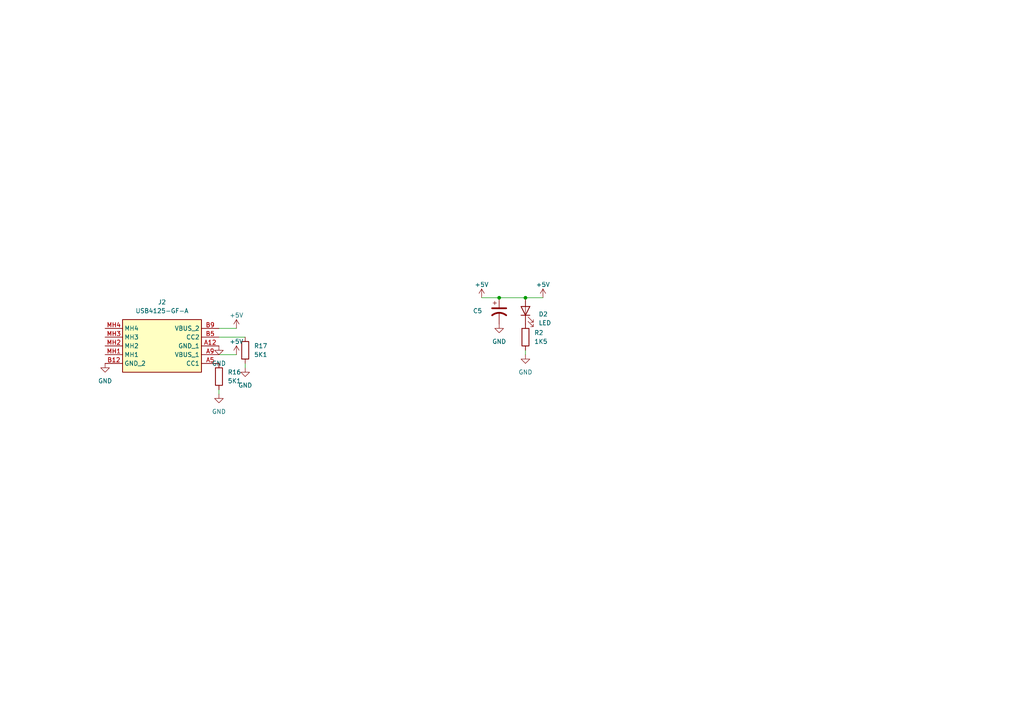
<source format=kicad_sch>
(kicad_sch
	(version 20231120)
	(generator "eeschema")
	(generator_version "8.0")
	(uuid "6f664d12-6923-4823-8f26-b9fd83659520")
	(paper "A4")
	(lib_symbols
		(symbol "AAAAAAAAAA:USB4125-GF-A"
			(exclude_from_sim no)
			(in_bom yes)
			(on_board yes)
			(property "Reference" "J"
				(at 29.21 7.62 0)
				(effects
					(font
						(size 1.27 1.27)
					)
					(justify left top)
				)
			)
			(property "Value" "USB4125-GF-A"
				(at 29.21 5.08 0)
				(effects
					(font
						(size 1.27 1.27)
					)
					(justify left top)
				)
			)
			(property "Footprint" "USB4125GFA"
				(at 29.21 -94.92 0)
				(effects
					(font
						(size 1.27 1.27)
					)
					(justify left top)
					(hide yes)
				)
			)
			(property "Datasheet" "https://gct.co/files/drawings/usb4125.pdf?v=f2858e04-a173-4b74-b17f-8f865ddc3728"
				(at 29.21 -194.92 0)
				(effects
					(font
						(size 1.27 1.27)
					)
					(justify left top)
					(hide yes)
				)
			)
			(property "Description" "USB-C (USB TYPE-C) Receptacle Connector 24 (6+18 Dummy) Position Surface Mount, Right Angle; Through Hole"
				(at 0 0 0)
				(effects
					(font
						(size 1.27 1.27)
					)
					(hide yes)
				)
			)
			(property "Height" "3.41"
				(at 29.21 -394.92 0)
				(effects
					(font
						(size 1.27 1.27)
					)
					(justify left top)
					(hide yes)
				)
			)
			(property "TME Electronic Components Part Number" ""
				(at 29.21 -494.92 0)
				(effects
					(font
						(size 1.27 1.27)
					)
					(justify left top)
					(hide yes)
				)
			)
			(property "TME Electronic Components Price/Stock" ""
				(at 29.21 -594.92 0)
				(effects
					(font
						(size 1.27 1.27)
					)
					(justify left top)
					(hide yes)
				)
			)
			(property "Manufacturer_Name" "GCT (GLOBAL CONNECTOR TECHNOLOGY)"
				(at 29.21 -694.92 0)
				(effects
					(font
						(size 1.27 1.27)
					)
					(justify left top)
					(hide yes)
				)
			)
			(property "Manufacturer_Part_Number" "USB4125-GF-A"
				(at 29.21 -794.92 0)
				(effects
					(font
						(size 1.27 1.27)
					)
					(justify left top)
					(hide yes)
				)
			)
			(symbol "USB4125-GF-A_1_1"
				(rectangle
					(start 5.08 2.54)
					(end 27.94 -12.7)
					(stroke
						(width 0.254)
						(type default)
					)
					(fill
						(type background)
					)
				)
				(pin passive line
					(at 0 -5.08 0)
					(length 5.08)
					(name "GND_1"
						(effects
							(font
								(size 1.27 1.27)
							)
						)
					)
					(number "A12"
						(effects
							(font
								(size 1.27 1.27)
							)
						)
					)
				)
				(pin passive line
					(at 0 0 0)
					(length 5.08)
					(name "CC1"
						(effects
							(font
								(size 1.27 1.27)
							)
						)
					)
					(number "A5"
						(effects
							(font
								(size 1.27 1.27)
							)
						)
					)
				)
				(pin passive line
					(at 0 -2.54 0)
					(length 5.08)
					(name "VBUS_1"
						(effects
							(font
								(size 1.27 1.27)
							)
						)
					)
					(number "A9"
						(effects
							(font
								(size 1.27 1.27)
							)
						)
					)
				)
				(pin passive line
					(at 33.02 0 180)
					(length 5.08)
					(name "GND_2"
						(effects
							(font
								(size 1.27 1.27)
							)
						)
					)
					(number "B12"
						(effects
							(font
								(size 1.27 1.27)
							)
						)
					)
				)
				(pin passive line
					(at 0 -7.62 0)
					(length 5.08)
					(name "CC2"
						(effects
							(font
								(size 1.27 1.27)
							)
						)
					)
					(number "B5"
						(effects
							(font
								(size 1.27 1.27)
							)
						)
					)
				)
				(pin passive line
					(at 0 -10.16 0)
					(length 5.08)
					(name "VBUS_2"
						(effects
							(font
								(size 1.27 1.27)
							)
						)
					)
					(number "B9"
						(effects
							(font
								(size 1.27 1.27)
							)
						)
					)
				)
				(pin passive line
					(at 33.02 -2.54 180)
					(length 5.08)
					(name "MH1"
						(effects
							(font
								(size 1.27 1.27)
							)
						)
					)
					(number "MH1"
						(effects
							(font
								(size 1.27 1.27)
							)
						)
					)
				)
				(pin passive line
					(at 33.02 -5.08 180)
					(length 5.08)
					(name "MH2"
						(effects
							(font
								(size 1.27 1.27)
							)
						)
					)
					(number "MH2"
						(effects
							(font
								(size 1.27 1.27)
							)
						)
					)
				)
				(pin passive line
					(at 33.02 -7.62 180)
					(length 5.08)
					(name "MH3"
						(effects
							(font
								(size 1.27 1.27)
							)
						)
					)
					(number "MH3"
						(effects
							(font
								(size 1.27 1.27)
							)
						)
					)
				)
				(pin passive line
					(at 33.02 -10.16 180)
					(length 5.08)
					(name "MH4"
						(effects
							(font
								(size 1.27 1.27)
							)
						)
					)
					(number "MH4"
						(effects
							(font
								(size 1.27 1.27)
							)
						)
					)
				)
			)
		)
		(symbol "Device:C_Polarized_US"
			(pin_numbers hide)
			(pin_names
				(offset 0.254) hide)
			(exclude_from_sim no)
			(in_bom yes)
			(on_board yes)
			(property "Reference" "C"
				(at 0.635 2.54 0)
				(effects
					(font
						(size 1.27 1.27)
					)
					(justify left)
				)
			)
			(property "Value" "C_Polarized_US"
				(at 0.635 -2.54 0)
				(effects
					(font
						(size 1.27 1.27)
					)
					(justify left)
				)
			)
			(property "Footprint" ""
				(at 0 0 0)
				(effects
					(font
						(size 1.27 1.27)
					)
					(hide yes)
				)
			)
			(property "Datasheet" "~"
				(at 0 0 0)
				(effects
					(font
						(size 1.27 1.27)
					)
					(hide yes)
				)
			)
			(property "Description" "Polarized capacitor, US symbol"
				(at 0 0 0)
				(effects
					(font
						(size 1.27 1.27)
					)
					(hide yes)
				)
			)
			(property "ki_keywords" "cap capacitor"
				(at 0 0 0)
				(effects
					(font
						(size 1.27 1.27)
					)
					(hide yes)
				)
			)
			(property "ki_fp_filters" "CP_*"
				(at 0 0 0)
				(effects
					(font
						(size 1.27 1.27)
					)
					(hide yes)
				)
			)
			(symbol "C_Polarized_US_0_1"
				(polyline
					(pts
						(xy -2.032 0.762) (xy 2.032 0.762)
					)
					(stroke
						(width 0.508)
						(type default)
					)
					(fill
						(type none)
					)
				)
				(polyline
					(pts
						(xy -1.778 2.286) (xy -0.762 2.286)
					)
					(stroke
						(width 0)
						(type default)
					)
					(fill
						(type none)
					)
				)
				(polyline
					(pts
						(xy -1.27 1.778) (xy -1.27 2.794)
					)
					(stroke
						(width 0)
						(type default)
					)
					(fill
						(type none)
					)
				)
				(arc
					(start 2.032 -1.27)
					(mid 0 -0.5572)
					(end -2.032 -1.27)
					(stroke
						(width 0.508)
						(type default)
					)
					(fill
						(type none)
					)
				)
			)
			(symbol "C_Polarized_US_1_1"
				(pin passive line
					(at 0 3.81 270)
					(length 2.794)
					(name "~"
						(effects
							(font
								(size 1.27 1.27)
							)
						)
					)
					(number "1"
						(effects
							(font
								(size 1.27 1.27)
							)
						)
					)
				)
				(pin passive line
					(at 0 -3.81 90)
					(length 3.302)
					(name "~"
						(effects
							(font
								(size 1.27 1.27)
							)
						)
					)
					(number "2"
						(effects
							(font
								(size 1.27 1.27)
							)
						)
					)
				)
			)
		)
		(symbol "Device:LED"
			(pin_numbers hide)
			(pin_names
				(offset 1.016) hide)
			(exclude_from_sim no)
			(in_bom yes)
			(on_board yes)
			(property "Reference" "D"
				(at 0 2.54 0)
				(effects
					(font
						(size 1.27 1.27)
					)
				)
			)
			(property "Value" "LED"
				(at 0 -2.54 0)
				(effects
					(font
						(size 1.27 1.27)
					)
				)
			)
			(property "Footprint" ""
				(at 0 0 0)
				(effects
					(font
						(size 1.27 1.27)
					)
					(hide yes)
				)
			)
			(property "Datasheet" "~"
				(at 0 0 0)
				(effects
					(font
						(size 1.27 1.27)
					)
					(hide yes)
				)
			)
			(property "Description" "Light emitting diode"
				(at 0 0 0)
				(effects
					(font
						(size 1.27 1.27)
					)
					(hide yes)
				)
			)
			(property "ki_keywords" "LED diode"
				(at 0 0 0)
				(effects
					(font
						(size 1.27 1.27)
					)
					(hide yes)
				)
			)
			(property "ki_fp_filters" "LED* LED_SMD:* LED_THT:*"
				(at 0 0 0)
				(effects
					(font
						(size 1.27 1.27)
					)
					(hide yes)
				)
			)
			(symbol "LED_0_1"
				(polyline
					(pts
						(xy -1.27 -1.27) (xy -1.27 1.27)
					)
					(stroke
						(width 0.254)
						(type default)
					)
					(fill
						(type none)
					)
				)
				(polyline
					(pts
						(xy -1.27 0) (xy 1.27 0)
					)
					(stroke
						(width 0)
						(type default)
					)
					(fill
						(type none)
					)
				)
				(polyline
					(pts
						(xy 1.27 -1.27) (xy 1.27 1.27) (xy -1.27 0) (xy 1.27 -1.27)
					)
					(stroke
						(width 0.254)
						(type default)
					)
					(fill
						(type none)
					)
				)
				(polyline
					(pts
						(xy -3.048 -0.762) (xy -4.572 -2.286) (xy -3.81 -2.286) (xy -4.572 -2.286) (xy -4.572 -1.524)
					)
					(stroke
						(width 0)
						(type default)
					)
					(fill
						(type none)
					)
				)
				(polyline
					(pts
						(xy -1.778 -0.762) (xy -3.302 -2.286) (xy -2.54 -2.286) (xy -3.302 -2.286) (xy -3.302 -1.524)
					)
					(stroke
						(width 0)
						(type default)
					)
					(fill
						(type none)
					)
				)
			)
			(symbol "LED_1_1"
				(pin passive line
					(at -3.81 0 0)
					(length 2.54)
					(name "K"
						(effects
							(font
								(size 1.27 1.27)
							)
						)
					)
					(number "1"
						(effects
							(font
								(size 1.27 1.27)
							)
						)
					)
				)
				(pin passive line
					(at 3.81 0 180)
					(length 2.54)
					(name "A"
						(effects
							(font
								(size 1.27 1.27)
							)
						)
					)
					(number "2"
						(effects
							(font
								(size 1.27 1.27)
							)
						)
					)
				)
			)
		)
		(symbol "Device:R"
			(pin_numbers hide)
			(pin_names
				(offset 0)
			)
			(exclude_from_sim no)
			(in_bom yes)
			(on_board yes)
			(property "Reference" "R"
				(at 2.032 0 90)
				(effects
					(font
						(size 1.27 1.27)
					)
				)
			)
			(property "Value" "R"
				(at 0 0 90)
				(effects
					(font
						(size 1.27 1.27)
					)
				)
			)
			(property "Footprint" ""
				(at -1.778 0 90)
				(effects
					(font
						(size 1.27 1.27)
					)
					(hide yes)
				)
			)
			(property "Datasheet" "~"
				(at 0 0 0)
				(effects
					(font
						(size 1.27 1.27)
					)
					(hide yes)
				)
			)
			(property "Description" "Resistor"
				(at 0 0 0)
				(effects
					(font
						(size 1.27 1.27)
					)
					(hide yes)
				)
			)
			(property "ki_keywords" "R res resistor"
				(at 0 0 0)
				(effects
					(font
						(size 1.27 1.27)
					)
					(hide yes)
				)
			)
			(property "ki_fp_filters" "R_*"
				(at 0 0 0)
				(effects
					(font
						(size 1.27 1.27)
					)
					(hide yes)
				)
			)
			(symbol "R_0_1"
				(rectangle
					(start -1.016 -2.54)
					(end 1.016 2.54)
					(stroke
						(width 0.254)
						(type default)
					)
					(fill
						(type none)
					)
				)
			)
			(symbol "R_1_1"
				(pin passive line
					(at 0 3.81 270)
					(length 1.27)
					(name "~"
						(effects
							(font
								(size 1.27 1.27)
							)
						)
					)
					(number "1"
						(effects
							(font
								(size 1.27 1.27)
							)
						)
					)
				)
				(pin passive line
					(at 0 -3.81 90)
					(length 1.27)
					(name "~"
						(effects
							(font
								(size 1.27 1.27)
							)
						)
					)
					(number "2"
						(effects
							(font
								(size 1.27 1.27)
							)
						)
					)
				)
			)
		)
		(symbol "power:+5V"
			(power)
			(pin_names
				(offset 0)
			)
			(exclude_from_sim no)
			(in_bom yes)
			(on_board yes)
			(property "Reference" "#PWR"
				(at 0 -3.81 0)
				(effects
					(font
						(size 1.27 1.27)
					)
					(hide yes)
				)
			)
			(property "Value" "+5V"
				(at 0 3.556 0)
				(effects
					(font
						(size 1.27 1.27)
					)
				)
			)
			(property "Footprint" ""
				(at 0 0 0)
				(effects
					(font
						(size 1.27 1.27)
					)
					(hide yes)
				)
			)
			(property "Datasheet" ""
				(at 0 0 0)
				(effects
					(font
						(size 1.27 1.27)
					)
					(hide yes)
				)
			)
			(property "Description" "Power symbol creates a global label with name \"+5V\""
				(at 0 0 0)
				(effects
					(font
						(size 1.27 1.27)
					)
					(hide yes)
				)
			)
			(property "ki_keywords" "global power"
				(at 0 0 0)
				(effects
					(font
						(size 1.27 1.27)
					)
					(hide yes)
				)
			)
			(symbol "+5V_0_1"
				(polyline
					(pts
						(xy -0.762 1.27) (xy 0 2.54)
					)
					(stroke
						(width 0)
						(type default)
					)
					(fill
						(type none)
					)
				)
				(polyline
					(pts
						(xy 0 0) (xy 0 2.54)
					)
					(stroke
						(width 0)
						(type default)
					)
					(fill
						(type none)
					)
				)
				(polyline
					(pts
						(xy 0 2.54) (xy 0.762 1.27)
					)
					(stroke
						(width 0)
						(type default)
					)
					(fill
						(type none)
					)
				)
			)
			(symbol "+5V_1_1"
				(pin power_in line
					(at 0 0 90)
					(length 0) hide
					(name "+5V"
						(effects
							(font
								(size 1.27 1.27)
							)
						)
					)
					(number "1"
						(effects
							(font
								(size 1.27 1.27)
							)
						)
					)
				)
			)
		)
		(symbol "power:GND"
			(power)
			(pin_names
				(offset 0)
			)
			(exclude_from_sim no)
			(in_bom yes)
			(on_board yes)
			(property "Reference" "#PWR"
				(at 0 -6.35 0)
				(effects
					(font
						(size 1.27 1.27)
					)
					(hide yes)
				)
			)
			(property "Value" "GND"
				(at 0 -3.81 0)
				(effects
					(font
						(size 1.27 1.27)
					)
				)
			)
			(property "Footprint" ""
				(at 0 0 0)
				(effects
					(font
						(size 1.27 1.27)
					)
					(hide yes)
				)
			)
			(property "Datasheet" ""
				(at 0 0 0)
				(effects
					(font
						(size 1.27 1.27)
					)
					(hide yes)
				)
			)
			(property "Description" "Power symbol creates a global label with name \"GND\" , ground"
				(at 0 0 0)
				(effects
					(font
						(size 1.27 1.27)
					)
					(hide yes)
				)
			)
			(property "ki_keywords" "global power"
				(at 0 0 0)
				(effects
					(font
						(size 1.27 1.27)
					)
					(hide yes)
				)
			)
			(symbol "GND_0_1"
				(polyline
					(pts
						(xy 0 0) (xy 0 -1.27) (xy 1.27 -1.27) (xy 0 -2.54) (xy -1.27 -1.27) (xy 0 -1.27)
					)
					(stroke
						(width 0)
						(type default)
					)
					(fill
						(type none)
					)
				)
			)
			(symbol "GND_1_1"
				(pin power_in line
					(at 0 0 270)
					(length 0) hide
					(name "GND"
						(effects
							(font
								(size 1.27 1.27)
							)
						)
					)
					(number "1"
						(effects
							(font
								(size 1.27 1.27)
							)
						)
					)
				)
			)
		)
	)
	(junction
		(at 152.4 86.36)
		(diameter 0)
		(color 0 0 0 0)
		(uuid "ccae2975-c011-402c-80aa-bd0f53125d4e")
	)
	(junction
		(at 144.78 86.36)
		(diameter 0)
		(color 0 0 0 0)
		(uuid "fef09f92-879e-4a58-9f5c-e203b3bc808b")
	)
	(wire
		(pts
			(xy 152.4 86.36) (xy 157.48 86.36)
		)
		(stroke
			(width 0)
			(type default)
		)
		(uuid "176e194b-d4aa-4cd6-8d07-04a2ad11bc73")
	)
	(wire
		(pts
			(xy 144.78 86.36) (xy 152.4 86.36)
		)
		(stroke
			(width 0)
			(type default)
		)
		(uuid "5846c5fc-7132-40cf-9f1a-ca9465a46418")
	)
	(wire
		(pts
			(xy 63.5 114.3) (xy 63.5 113.03)
		)
		(stroke
			(width 0)
			(type default)
		)
		(uuid "59d4c016-c89a-459c-8bca-0c9151aa2491")
	)
	(wire
		(pts
			(xy 152.4 102.87) (xy 152.4 101.6)
		)
		(stroke
			(width 0)
			(type default)
		)
		(uuid "5c5832df-e50d-48e6-9468-5f738477b309")
	)
	(wire
		(pts
			(xy 68.58 102.87) (xy 63.5 102.87)
		)
		(stroke
			(width 0)
			(type default)
		)
		(uuid "60105717-36c2-484e-a1a2-5053c9f3c4a9")
	)
	(wire
		(pts
			(xy 68.58 95.25) (xy 63.5 95.25)
		)
		(stroke
			(width 0)
			(type default)
		)
		(uuid "b8b7d627-0522-4c8b-992b-0f43dff180f8")
	)
	(wire
		(pts
			(xy 63.5 97.79) (xy 71.12 97.79)
		)
		(stroke
			(width 0)
			(type default)
		)
		(uuid "bfebc882-dbae-4700-b290-9c53fe4db8fd")
	)
	(wire
		(pts
			(xy 71.12 106.68) (xy 71.12 105.41)
		)
		(stroke
			(width 0)
			(type default)
		)
		(uuid "d20758b5-6699-4983-a196-f9ed78a61f03")
	)
	(wire
		(pts
			(xy 139.7 86.36) (xy 144.78 86.36)
		)
		(stroke
			(width 0)
			(type default)
		)
		(uuid "fc0c1c84-081b-4def-a71a-8ff916693102")
	)
	(symbol
		(lib_id "AAAAAAAAAA:USB4125-GF-A")
		(at 63.5 105.41 180)
		(unit 1)
		(exclude_from_sim no)
		(in_bom yes)
		(on_board yes)
		(dnp no)
		(fields_autoplaced yes)
		(uuid "18ca41e1-2521-49fa-bb52-09dfbdb82b09")
		(property "Reference" "J2"
			(at 46.99 87.63 0)
			(effects
				(font
					(size 1.27 1.27)
				)
			)
		)
		(property "Value" "USB4125-GF-A"
			(at 46.99 90.17 0)
			(effects
				(font
					(size 1.27 1.27)
				)
			)
		)
		(property "Footprint" "AAAAAAAAA:USB4125GFA"
			(at 34.29 10.49 0)
			(effects
				(font
					(size 1.27 1.27)
				)
				(justify left top)
				(hide yes)
			)
		)
		(property "Datasheet" "https://gct.co/files/drawings/usb4125.pdf?v=f2858e04-a173-4b74-b17f-8f865ddc3728"
			(at 34.29 -89.51 0)
			(effects
				(font
					(size 1.27 1.27)
				)
				(justify left top)
				(hide yes)
			)
		)
		(property "Description" "USB-C (USB TYPE-C) Receptacle Connector 24 (6+18 Dummy) Position Surface Mount, Right Angle; Through Hole"
			(at 63.5 105.41 0)
			(effects
				(font
					(size 1.27 1.27)
				)
				(hide yes)
			)
		)
		(property "Height" "3.41"
			(at 34.29 -289.51 0)
			(effects
				(font
					(size 1.27 1.27)
				)
				(justify left top)
				(hide yes)
			)
		)
		(property "TME Electronic Components Part Number" ""
			(at 34.29 -389.51 0)
			(effects
				(font
					(size 1.27 1.27)
				)
				(justify left top)
				(hide yes)
			)
		)
		(property "TME Electronic Components Price/Stock" ""
			(at 34.29 -489.51 0)
			(effects
				(font
					(size 1.27 1.27)
				)
				(justify left top)
				(hide yes)
			)
		)
		(property "Manufacturer_Name" "GCT (GLOBAL CONNECTOR TECHNOLOGY)"
			(at 34.29 -589.51 0)
			(effects
				(font
					(size 1.27 1.27)
				)
				(justify left top)
				(hide yes)
			)
		)
		(property "Manufacturer_Part_Number" "USB4125-GF-A"
			(at 34.29 -689.51 0)
			(effects
				(font
					(size 1.27 1.27)
				)
				(justify left top)
				(hide yes)
			)
		)
		(pin "MH2"
			(uuid "c1d7dfd5-8cff-4b47-ba70-7badcc3013a7")
		)
		(pin "B12"
			(uuid "01f6707a-50cc-4fc0-b2dd-3c1ef1239d95")
		)
		(pin "MH4"
			(uuid "1862f2a5-04f2-49b4-b747-811ea181866d")
		)
		(pin "MH3"
			(uuid "c1b5aed2-ad4b-40a5-a88e-c5683e2b0be8")
		)
		(pin "B5"
			(uuid "00cf2071-62b3-4942-8852-25997a199eba")
		)
		(pin "A5"
			(uuid "a6fd11f8-8a37-49da-ae27-fe802699b2f8")
		)
		(pin "MH1"
			(uuid "1498af9b-0ba4-455b-b83d-a2df80200265")
		)
		(pin "A9"
			(uuid "51cc83ca-9cb1-405b-afcf-5d3962d5c9d1")
		)
		(pin "A12"
			(uuid "d878f028-9bd5-45ca-9042-9d72e45b275f")
		)
		(pin "B9"
			(uuid "325d8a13-b94e-420c-bf19-c53b7fc489bc")
		)
		(instances
			(project "14000JKFF"
				(path "/56463b8e-670e-41df-bd3a-314161dc4bc4/7cb1b4b8-4938-41c8-bf3d-f2d9197a9155"
					(reference "J2")
					(unit 1)
				)
			)
		)
	)
	(symbol
		(lib_id "Device:R")
		(at 152.4 97.79 0)
		(unit 1)
		(exclude_from_sim no)
		(in_bom yes)
		(on_board yes)
		(dnp no)
		(fields_autoplaced yes)
		(uuid "23012be0-9dc1-4276-8e8c-c33ff3f0a1fd")
		(property "Reference" "R2"
			(at 154.94 96.5199 0)
			(effects
				(font
					(size 1.27 1.27)
				)
				(justify left)
			)
		)
		(property "Value" "1K5"
			(at 154.94 99.0599 0)
			(effects
				(font
					(size 1.27 1.27)
				)
				(justify left)
			)
		)
		(property "Footprint" "Resistor_SMD:R_1206_3216Metric"
			(at 150.622 97.79 90)
			(effects
				(font
					(size 1.27 1.27)
				)
				(hide yes)
			)
		)
		(property "Datasheet" "~"
			(at 152.4 97.79 0)
			(effects
				(font
					(size 1.27 1.27)
				)
				(hide yes)
			)
		)
		(property "Description" ""
			(at 152.4 97.79 0)
			(effects
				(font
					(size 1.27 1.27)
				)
				(hide yes)
			)
		)
		(pin "1"
			(uuid "30cb583b-deda-4a52-9bcb-84599f1d8fdf")
		)
		(pin "2"
			(uuid "affaf305-c821-4ace-bbbb-29e1509bc360")
		)
		(instances
			(project "14000JKFF"
				(path "/56463b8e-670e-41df-bd3a-314161dc4bc4/7cb1b4b8-4938-41c8-bf3d-f2d9197a9155"
					(reference "R2")
					(unit 1)
				)
			)
		)
	)
	(symbol
		(lib_id "power:+5V")
		(at 139.7 86.36 0)
		(unit 1)
		(exclude_from_sim no)
		(in_bom yes)
		(on_board yes)
		(dnp no)
		(fields_autoplaced yes)
		(uuid "2cb789a1-22b2-45e5-82de-699effe5683b")
		(property "Reference" "#PWR016"
			(at 139.7 90.17 0)
			(effects
				(font
					(size 1.27 1.27)
				)
				(hide yes)
			)
		)
		(property "Value" "+5V"
			(at 139.7 82.55 0)
			(effects
				(font
					(size 1.27 1.27)
				)
			)
		)
		(property "Footprint" ""
			(at 139.7 86.36 0)
			(effects
				(font
					(size 1.27 1.27)
				)
				(hide yes)
			)
		)
		(property "Datasheet" ""
			(at 139.7 86.36 0)
			(effects
				(font
					(size 1.27 1.27)
				)
				(hide yes)
			)
		)
		(property "Description" ""
			(at 139.7 86.36 0)
			(effects
				(font
					(size 1.27 1.27)
				)
				(hide yes)
			)
		)
		(pin "1"
			(uuid "2c65c84c-37ca-487a-88ed-dcae878e8469")
		)
		(instances
			(project "14000JKFF"
				(path "/56463b8e-670e-41df-bd3a-314161dc4bc4/7cb1b4b8-4938-41c8-bf3d-f2d9197a9155"
					(reference "#PWR016")
					(unit 1)
				)
			)
		)
	)
	(symbol
		(lib_id "power:+5V")
		(at 68.58 95.25 0)
		(unit 1)
		(exclude_from_sim no)
		(in_bom yes)
		(on_board yes)
		(dnp no)
		(fields_autoplaced yes)
		(uuid "3126d5ce-2a41-44d0-986e-202cbccac4ac")
		(property "Reference" "#PWR056"
			(at 68.58 99.06 0)
			(effects
				(font
					(size 1.27 1.27)
				)
				(hide yes)
			)
		)
		(property "Value" "+5V"
			(at 68.58 91.44 0)
			(effects
				(font
					(size 1.27 1.27)
				)
			)
		)
		(property "Footprint" ""
			(at 68.58 95.25 0)
			(effects
				(font
					(size 1.27 1.27)
				)
				(hide yes)
			)
		)
		(property "Datasheet" ""
			(at 68.58 95.25 0)
			(effects
				(font
					(size 1.27 1.27)
				)
				(hide yes)
			)
		)
		(property "Description" ""
			(at 68.58 95.25 0)
			(effects
				(font
					(size 1.27 1.27)
				)
				(hide yes)
			)
		)
		(pin "1"
			(uuid "d396fc9d-0f0c-4c56-98fc-bb473ba23fff")
		)
		(instances
			(project "14000JKFF"
				(path "/56463b8e-670e-41df-bd3a-314161dc4bc4/7cb1b4b8-4938-41c8-bf3d-f2d9197a9155"
					(reference "#PWR056")
					(unit 1)
				)
			)
		)
	)
	(symbol
		(lib_id "power:GND")
		(at 71.12 106.68 0)
		(unit 1)
		(exclude_from_sim no)
		(in_bom yes)
		(on_board yes)
		(dnp no)
		(fields_autoplaced yes)
		(uuid "3b67c8d3-bed8-49a7-94a1-5d139076fb95")
		(property "Reference" "#PWR05"
			(at 71.12 113.03 0)
			(effects
				(font
					(size 1.27 1.27)
				)
				(hide yes)
			)
		)
		(property "Value" "GND"
			(at 71.12 111.76 0)
			(effects
				(font
					(size 1.27 1.27)
				)
			)
		)
		(property "Footprint" ""
			(at 71.12 106.68 0)
			(effects
				(font
					(size 1.27 1.27)
				)
				(hide yes)
			)
		)
		(property "Datasheet" ""
			(at 71.12 106.68 0)
			(effects
				(font
					(size 1.27 1.27)
				)
				(hide yes)
			)
		)
		(property "Description" ""
			(at 71.12 106.68 0)
			(effects
				(font
					(size 1.27 1.27)
				)
				(hide yes)
			)
		)
		(pin "1"
			(uuid "b65832c9-8474-482f-82c6-aebf93e00e87")
		)
		(instances
			(project "14000JKFF"
				(path "/56463b8e-670e-41df-bd3a-314161dc4bc4/7cb1b4b8-4938-41c8-bf3d-f2d9197a9155"
					(reference "#PWR05")
					(unit 1)
				)
			)
		)
	)
	(symbol
		(lib_id "Device:C_Polarized_US")
		(at 144.78 90.17 0)
		(unit 1)
		(exclude_from_sim no)
		(in_bom yes)
		(on_board yes)
		(dnp no)
		(uuid "45b96025-8ea2-4ee1-a5d6-2834883391a2")
		(property "Reference" "C5"
			(at 137.16 90.17 0)
			(effects
				(font
					(size 1.27 1.27)
				)
				(justify left)
			)
		)
		(property "Value" "293D106X96R3A2TE3"
			(at 148.59 91.44 0)
			(effects
				(font
					(size 1.27 1.27)
				)
				(justify left)
				(hide yes)
			)
		)
		(property "Footprint" "AAAAAAAAA:CAPMP3216X180N"
			(at 144.78 90.17 0)
			(effects
				(font
					(size 1.27 1.27)
				)
				(hide yes)
			)
		)
		(property "Datasheet" "~"
			(at 144.78 90.17 0)
			(effects
				(font
					(size 1.27 1.27)
				)
				(hide yes)
			)
		)
		(property "Description" ""
			(at 144.78 90.17 0)
			(effects
				(font
					(size 1.27 1.27)
				)
				(hide yes)
			)
		)
		(pin "1"
			(uuid "8b9da106-7c9b-46d0-a9f9-3db3aed26962")
		)
		(pin "2"
			(uuid "6fff0615-0f75-49a0-bc6c-4d40c2540058")
		)
		(instances
			(project "14000JKFF"
				(path "/56463b8e-670e-41df-bd3a-314161dc4bc4/7cb1b4b8-4938-41c8-bf3d-f2d9197a9155"
					(reference "C5")
					(unit 1)
				)
			)
		)
	)
	(symbol
		(lib_id "power:GND")
		(at 63.5 114.3 0)
		(unit 1)
		(exclude_from_sim no)
		(in_bom yes)
		(on_board yes)
		(dnp no)
		(fields_autoplaced yes)
		(uuid "4f45c6db-f8f0-4a6f-b522-14217920606f")
		(property "Reference" "#PWR04"
			(at 63.5 120.65 0)
			(effects
				(font
					(size 1.27 1.27)
				)
				(hide yes)
			)
		)
		(property "Value" "GND"
			(at 63.5 119.38 0)
			(effects
				(font
					(size 1.27 1.27)
				)
			)
		)
		(property "Footprint" ""
			(at 63.5 114.3 0)
			(effects
				(font
					(size 1.27 1.27)
				)
				(hide yes)
			)
		)
		(property "Datasheet" ""
			(at 63.5 114.3 0)
			(effects
				(font
					(size 1.27 1.27)
				)
				(hide yes)
			)
		)
		(property "Description" ""
			(at 63.5 114.3 0)
			(effects
				(font
					(size 1.27 1.27)
				)
				(hide yes)
			)
		)
		(pin "1"
			(uuid "cead1669-060f-4335-8283-3d613d26cf4c")
		)
		(instances
			(project "14000JKFF"
				(path "/56463b8e-670e-41df-bd3a-314161dc4bc4/7cb1b4b8-4938-41c8-bf3d-f2d9197a9155"
					(reference "#PWR04")
					(unit 1)
				)
			)
		)
	)
	(symbol
		(lib_id "power:GND")
		(at 152.4 102.87 0)
		(unit 1)
		(exclude_from_sim no)
		(in_bom yes)
		(on_board yes)
		(dnp no)
		(fields_autoplaced yes)
		(uuid "53ef3651-7e44-40f0-9e52-53bf26d405ac")
		(property "Reference" "#PWR018"
			(at 152.4 109.22 0)
			(effects
				(font
					(size 1.27 1.27)
				)
				(hide yes)
			)
		)
		(property "Value" "GND"
			(at 152.4 107.95 0)
			(effects
				(font
					(size 1.27 1.27)
				)
			)
		)
		(property "Footprint" ""
			(at 152.4 102.87 0)
			(effects
				(font
					(size 1.27 1.27)
				)
				(hide yes)
			)
		)
		(property "Datasheet" ""
			(at 152.4 102.87 0)
			(effects
				(font
					(size 1.27 1.27)
				)
				(hide yes)
			)
		)
		(property "Description" ""
			(at 152.4 102.87 0)
			(effects
				(font
					(size 1.27 1.27)
				)
				(hide yes)
			)
		)
		(pin "1"
			(uuid "9e5c1d7d-2ac7-4a9a-9c31-c4be305cb935")
		)
		(instances
			(project "14000JKFF"
				(path "/56463b8e-670e-41df-bd3a-314161dc4bc4/7cb1b4b8-4938-41c8-bf3d-f2d9197a9155"
					(reference "#PWR018")
					(unit 1)
				)
			)
		)
	)
	(symbol
		(lib_id "power:+5V")
		(at 68.58 102.87 0)
		(unit 1)
		(exclude_from_sim no)
		(in_bom yes)
		(on_board yes)
		(dnp no)
		(fields_autoplaced yes)
		(uuid "63c21223-0133-4d21-ae99-a0d948613581")
		(property "Reference" "#PWR015"
			(at 68.58 106.68 0)
			(effects
				(font
					(size 1.27 1.27)
				)
				(hide yes)
			)
		)
		(property "Value" "+5V"
			(at 68.58 99.06 0)
			(effects
				(font
					(size 1.27 1.27)
				)
			)
		)
		(property "Footprint" ""
			(at 68.58 102.87 0)
			(effects
				(font
					(size 1.27 1.27)
				)
				(hide yes)
			)
		)
		(property "Datasheet" ""
			(at 68.58 102.87 0)
			(effects
				(font
					(size 1.27 1.27)
				)
				(hide yes)
			)
		)
		(property "Description" ""
			(at 68.58 102.87 0)
			(effects
				(font
					(size 1.27 1.27)
				)
				(hide yes)
			)
		)
		(pin "1"
			(uuid "236c532e-55c8-4c3f-ac89-6f25010830d9")
		)
		(instances
			(project "14000JKFF"
				(path "/56463b8e-670e-41df-bd3a-314161dc4bc4/7cb1b4b8-4938-41c8-bf3d-f2d9197a9155"
					(reference "#PWR015")
					(unit 1)
				)
			)
		)
	)
	(symbol
		(lib_id "power:GND")
		(at 63.5 100.33 0)
		(unit 1)
		(exclude_from_sim no)
		(in_bom yes)
		(on_board yes)
		(dnp no)
		(fields_autoplaced yes)
		(uuid "6fca690c-3079-40fd-8ef3-b3cfa97c5287")
		(property "Reference" "#PWR059"
			(at 63.5 106.68 0)
			(effects
				(font
					(size 1.27 1.27)
				)
				(hide yes)
			)
		)
		(property "Value" "GND"
			(at 63.5 105.41 0)
			(effects
				(font
					(size 1.27 1.27)
				)
			)
		)
		(property "Footprint" ""
			(at 63.5 100.33 0)
			(effects
				(font
					(size 1.27 1.27)
				)
				(hide yes)
			)
		)
		(property "Datasheet" ""
			(at 63.5 100.33 0)
			(effects
				(font
					(size 1.27 1.27)
				)
				(hide yes)
			)
		)
		(property "Description" ""
			(at 63.5 100.33 0)
			(effects
				(font
					(size 1.27 1.27)
				)
				(hide yes)
			)
		)
		(pin "1"
			(uuid "126d2349-c016-485f-8281-6a9d90073612")
		)
		(instances
			(project "14000JKFF"
				(path "/56463b8e-670e-41df-bd3a-314161dc4bc4/7cb1b4b8-4938-41c8-bf3d-f2d9197a9155"
					(reference "#PWR059")
					(unit 1)
				)
			)
		)
	)
	(symbol
		(lib_id "Device:R")
		(at 71.12 101.6 0)
		(unit 1)
		(exclude_from_sim no)
		(in_bom yes)
		(on_board yes)
		(dnp no)
		(fields_autoplaced yes)
		(uuid "7db8c5f6-e4fe-4106-8b38-a4abf576c094")
		(property "Reference" "R17"
			(at 73.66 100.3299 0)
			(effects
				(font
					(size 1.27 1.27)
				)
				(justify left)
			)
		)
		(property "Value" "5K1"
			(at 73.66 102.8699 0)
			(effects
				(font
					(size 1.27 1.27)
				)
				(justify left)
			)
		)
		(property "Footprint" "Resistor_SMD:R_1206_3216Metric"
			(at 69.342 101.6 90)
			(effects
				(font
					(size 1.27 1.27)
				)
				(hide yes)
			)
		)
		(property "Datasheet" "~"
			(at 71.12 101.6 0)
			(effects
				(font
					(size 1.27 1.27)
				)
				(hide yes)
			)
		)
		(property "Description" ""
			(at 71.12 101.6 0)
			(effects
				(font
					(size 1.27 1.27)
				)
				(hide yes)
			)
		)
		(pin "1"
			(uuid "8c8a1787-c55c-4d00-94d8-7d98f740059f")
		)
		(pin "2"
			(uuid "2868b579-7d06-4d70-8145-5ec27d01fd9f")
		)
		(instances
			(project "14000JKFF"
				(path "/56463b8e-670e-41df-bd3a-314161dc4bc4/7cb1b4b8-4938-41c8-bf3d-f2d9197a9155"
					(reference "R17")
					(unit 1)
				)
			)
		)
	)
	(symbol
		(lib_id "power:GND")
		(at 30.48 105.41 0)
		(unit 1)
		(exclude_from_sim no)
		(in_bom yes)
		(on_board yes)
		(dnp no)
		(fields_autoplaced yes)
		(uuid "9298d6dc-1e92-4f6b-949e-ded523e951bc")
		(property "Reference" "#PWR014"
			(at 30.48 111.76 0)
			(effects
				(font
					(size 1.27 1.27)
				)
				(hide yes)
			)
		)
		(property "Value" "GND"
			(at 30.48 110.49 0)
			(effects
				(font
					(size 1.27 1.27)
				)
			)
		)
		(property "Footprint" ""
			(at 30.48 105.41 0)
			(effects
				(font
					(size 1.27 1.27)
				)
				(hide yes)
			)
		)
		(property "Datasheet" ""
			(at 30.48 105.41 0)
			(effects
				(font
					(size 1.27 1.27)
				)
				(hide yes)
			)
		)
		(property "Description" ""
			(at 30.48 105.41 0)
			(effects
				(font
					(size 1.27 1.27)
				)
				(hide yes)
			)
		)
		(pin "1"
			(uuid "cd6e9758-ead4-4468-aa7f-0c06137bd193")
		)
		(instances
			(project "14000JKFF"
				(path "/56463b8e-670e-41df-bd3a-314161dc4bc4/7cb1b4b8-4938-41c8-bf3d-f2d9197a9155"
					(reference "#PWR014")
					(unit 1)
				)
			)
		)
	)
	(symbol
		(lib_id "power:+5V")
		(at 157.48 86.36 0)
		(unit 1)
		(exclude_from_sim no)
		(in_bom yes)
		(on_board yes)
		(dnp no)
		(fields_autoplaced yes)
		(uuid "ac875e59-aa07-404a-89c8-f321815b1a71")
		(property "Reference" "#PWR019"
			(at 157.48 90.17 0)
			(effects
				(font
					(size 1.27 1.27)
				)
				(hide yes)
			)
		)
		(property "Value" "+5V"
			(at 157.48 82.55 0)
			(effects
				(font
					(size 1.27 1.27)
				)
			)
		)
		(property "Footprint" ""
			(at 157.48 86.36 0)
			(effects
				(font
					(size 1.27 1.27)
				)
				(hide yes)
			)
		)
		(property "Datasheet" ""
			(at 157.48 86.36 0)
			(effects
				(font
					(size 1.27 1.27)
				)
				(hide yes)
			)
		)
		(property "Description" ""
			(at 157.48 86.36 0)
			(effects
				(font
					(size 1.27 1.27)
				)
				(hide yes)
			)
		)
		(pin "1"
			(uuid "a20ec745-d93d-405f-a06b-e14bda85c915")
		)
		(instances
			(project "14000JKFF"
				(path "/56463b8e-670e-41df-bd3a-314161dc4bc4/7cb1b4b8-4938-41c8-bf3d-f2d9197a9155"
					(reference "#PWR019")
					(unit 1)
				)
			)
		)
	)
	(symbol
		(lib_id "power:GND")
		(at 144.78 93.98 0)
		(unit 1)
		(exclude_from_sim no)
		(in_bom yes)
		(on_board yes)
		(dnp no)
		(fields_autoplaced yes)
		(uuid "af807b82-8f57-4af4-a50c-45cde802525d")
		(property "Reference" "#PWR017"
			(at 144.78 100.33 0)
			(effects
				(font
					(size 1.27 1.27)
				)
				(hide yes)
			)
		)
		(property "Value" "GND"
			(at 144.78 99.06 0)
			(effects
				(font
					(size 1.27 1.27)
				)
			)
		)
		(property "Footprint" ""
			(at 144.78 93.98 0)
			(effects
				(font
					(size 1.27 1.27)
				)
				(hide yes)
			)
		)
		(property "Datasheet" ""
			(at 144.78 93.98 0)
			(effects
				(font
					(size 1.27 1.27)
				)
				(hide yes)
			)
		)
		(property "Description" ""
			(at 144.78 93.98 0)
			(effects
				(font
					(size 1.27 1.27)
				)
				(hide yes)
			)
		)
		(pin "1"
			(uuid "277f513a-89b7-42c8-a202-540c376464c9")
		)
		(instances
			(project "14000JKFF"
				(path "/56463b8e-670e-41df-bd3a-314161dc4bc4/7cb1b4b8-4938-41c8-bf3d-f2d9197a9155"
					(reference "#PWR017")
					(unit 1)
				)
			)
		)
	)
	(symbol
		(lib_id "Device:LED")
		(at 152.4 90.17 90)
		(unit 1)
		(exclude_from_sim no)
		(in_bom yes)
		(on_board yes)
		(dnp no)
		(fields_autoplaced yes)
		(uuid "c1be4740-edf8-4475-8b93-e93979b54676")
		(property "Reference" "D2"
			(at 156.21 91.1225 90)
			(effects
				(font
					(size 1.27 1.27)
				)
				(justify right)
			)
		)
		(property "Value" "LED"
			(at 156.21 93.6625 90)
			(effects
				(font
					(size 1.27 1.27)
				)
				(justify right)
			)
		)
		(property "Footprint" "LED_SMD:LED_1206_3216Metric"
			(at 152.4 90.17 0)
			(effects
				(font
					(size 1.27 1.27)
				)
				(hide yes)
			)
		)
		(property "Datasheet" "~"
			(at 152.4 90.17 0)
			(effects
				(font
					(size 1.27 1.27)
				)
				(hide yes)
			)
		)
		(property "Description" ""
			(at 152.4 90.17 0)
			(effects
				(font
					(size 1.27 1.27)
				)
				(hide yes)
			)
		)
		(pin "1"
			(uuid "27f47e27-f46c-403a-af67-26d5d1615dff")
		)
		(pin "2"
			(uuid "ad4de545-4602-4a67-a6bb-d89ec9a6d4a0")
		)
		(instances
			(project "14000JKFF"
				(path "/56463b8e-670e-41df-bd3a-314161dc4bc4/7cb1b4b8-4938-41c8-bf3d-f2d9197a9155"
					(reference "D2")
					(unit 1)
				)
			)
		)
	)
	(symbol
		(lib_id "Device:R")
		(at 63.5 109.22 0)
		(unit 1)
		(exclude_from_sim no)
		(in_bom yes)
		(on_board yes)
		(dnp no)
		(fields_autoplaced yes)
		(uuid "d866f8fb-0ab9-453e-a03d-5f76e5ff8987")
		(property "Reference" "R16"
			(at 66.04 107.9499 0)
			(effects
				(font
					(size 1.27 1.27)
				)
				(justify left)
			)
		)
		(property "Value" "5K1"
			(at 66.04 110.4899 0)
			(effects
				(font
					(size 1.27 1.27)
				)
				(justify left)
			)
		)
		(property "Footprint" "Resistor_SMD:R_1206_3216Metric"
			(at 61.722 109.22 90)
			(effects
				(font
					(size 1.27 1.27)
				)
				(hide yes)
			)
		)
		(property "Datasheet" "~"
			(at 63.5 109.22 0)
			(effects
				(font
					(size 1.27 1.27)
				)
				(hide yes)
			)
		)
		(property "Description" ""
			(at 63.5 109.22 0)
			(effects
				(font
					(size 1.27 1.27)
				)
				(hide yes)
			)
		)
		(pin "1"
			(uuid "0d63b17f-0e3b-44c4-8792-c74cf907494b")
		)
		(pin "2"
			(uuid "7eed20e6-b8a6-4673-8779-d48770c6a4fb")
		)
		(instances
			(project "14000JKFF"
				(path "/56463b8e-670e-41df-bd3a-314161dc4bc4/7cb1b4b8-4938-41c8-bf3d-f2d9197a9155"
					(reference "R16")
					(unit 1)
				)
			)
		)
	)
)
</source>
